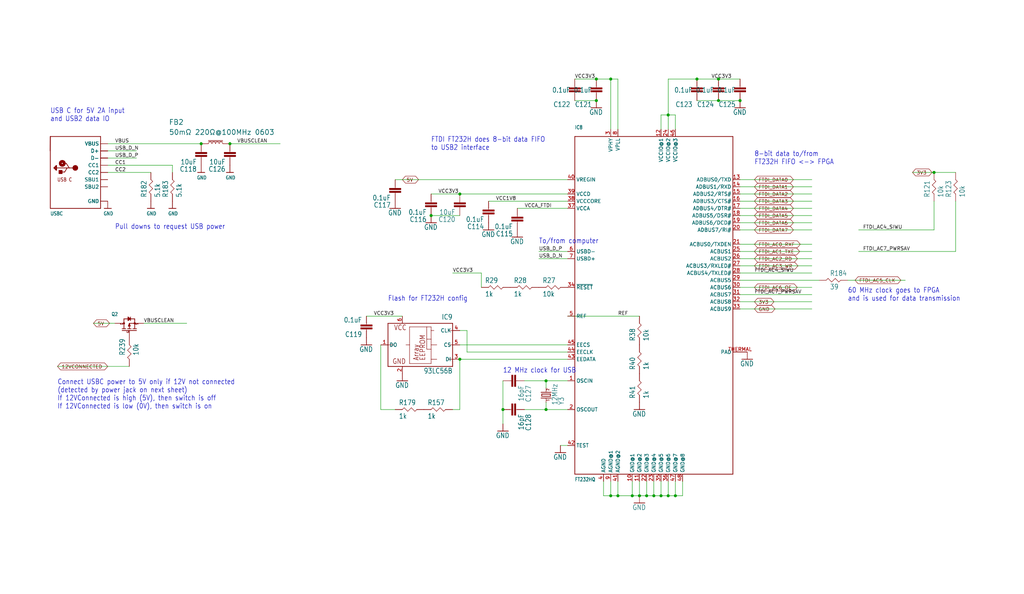
<source format=kicad_sch>
(kicad_sch (version 20231120) (generator "eeschema") (generator_version "8.0")
  (paper "User" 362.001 210.007)
  (lib_symbols
    (symbol "haasoscope_pro_adc_fpga_board-eagle-import:9376?A"
      (property "Reference" "IC" (at -10.16 8.89 0))
      (symbol "9376?A_1_0"
        (polyline (pts (xy -10.16 -7.62) (xy -10.16 -5.08)) (stroke (width 0.254)))
        (polyline (pts (xy -10.16 -5.08) (xy -10.16 0)) (stroke (width 0.254)))
        (polyline (pts (xy -10.16 -5.08) (xy -8.636 -5.08)) (stroke (width 0.1524)))
        (polyline (pts (xy -10.16 0) (xy -10.16 5.08)) (stroke (width 0.254)))
        (polyline (pts (xy -10.16 0) (xy -8.636 0)) (stroke (width 0.1524)))
        (polyline (pts (xy -10.16 5.08) (xy -10.16 7.62)) (stroke (width 0.254)))
        (polyline (pts (xy -10.16 5.08) (xy -8.636 5.08)) (stroke (width 0.1524)))
        (polyline (pts (xy -10.16 7.62) (xy 12.7 7.62)) (stroke (width 0.254)))
        (polyline (pts (xy -4.572 -5.08) (xy -2.54 -5.08)) (stroke (width 0.1524)))
        (polyline (pts (xy -4.572 0) (xy -2.54 0)) (stroke (width 0.1524)))
        (polyline (pts (xy -3.556 5.08) (xy -2.54 5.08)) (stroke (width 0.1524)))
        (polyline (pts (xy -2.54 -6.604) (xy -2.54 -5.08)) (stroke (width 0.1524)))
        (polyline (pts (xy -2.54 -5.08) (xy -2.54 -1.524)) (stroke (width 0.1524)))
        (polyline (pts (xy -2.54 -1.524) (xy -2.54 0)) (stroke (width 0.1524)))
        (polyline (pts (xy -2.54 -1.524) (xy -1.016 -1.524)) (stroke (width 0.1524)))
        (polyline (pts (xy -2.54 0) (xy -2.54 2.032)) (stroke (width 0.1524)))
        (polyline (pts (xy -2.54 2.032) (xy -2.54 5.08)) (stroke (width 0.1524)))
        (polyline (pts (xy -2.54 2.032) (xy -1.016 2.032)) (stroke (width 0.1524)))
        (polyline (pts (xy -2.54 5.08) (xy -2.54 6.35)) (stroke (width 0.1524)))
        (polyline (pts (xy -2.54 6.35) (xy -1.016 6.35)) (stroke (width 0.1524)))
        (polyline (pts (xy -1.016 2.032) (xy -1.016 -1.524)) (stroke (width 0.1524)))
        (polyline (pts (xy -1.016 6.35) (xy -1.016 2.032)) (stroke (width 0.1524)))
        (polyline (pts (xy -1.016 6.35) (xy 5.08 6.35)) (stroke (width 0.1524)))
        (polyline (pts (xy 5.08 -6.604) (xy -2.54 -6.604)) (stroke (width 0.1524)))
        (polyline (pts (xy 5.08 0) (xy 5.08 -6.604)) (stroke (width 0.1524)))
        (polyline (pts (xy 5.08 6.35) (xy 5.08 0)) (stroke (width 0.1524)))
        (polyline (pts (xy 6.35 0) (xy 5.08 0)) (stroke (width 0.1524)))
        (polyline (pts (xy 12.7 -7.62) (xy -10.16 -7.62)) (stroke (width 0.254)))
        (polyline (pts (xy 12.7 0) (xy 10.922 0)) (stroke (width 0.1524)))
        (polyline (pts (xy 12.7 0) (xy 12.7 -7.62)) (stroke (width 0.254)))
        (polyline (pts (xy 12.7 7.62) (xy 12.7 0)) (stroke (width 0.254)))
        (text "Array" (at 3.81 -5.588 900) (effects (font (size 1.778 1.5113)) (justify left bottom)))
        (text "EEPROM" (at 1.524 -5.588 900) (effects (font (size 1.778 1.5113)) (justify left bottom)))
        (text "GND" (at 6.35 -6.858 0) (effects (font (size 1.778 1.5113)) (justify left bottom)))
        (text "VCC" (at 6.096 5.08 0) (effects (font (size 1.778 1.5113)) (justify left bottom)))
        (pin tri_state line (at 15.24 0 180) (length 2.54) (name "DO") (number "1"))
        (pin power_in line (at 7.62 -10.16 90) (length 2.54) (name "GND") (number "2"))
        (pin input line (at -12.7 -5.08 0) (length 2.54) (name "DI") (number "3"))
        (pin input line (at -12.7 5.08 0) (length 2.54) (name "CLK") (number "4"))
        (pin input line (at -12.7 0 0) (length 2.54) (name "CS") (number "5"))
        (pin power_in line (at 7.62 10.16 270) (length 2.54) (name "VCC") (number "6"))
      )
    )
    (symbol "haasoscope_pro_adc_fpga_board-eagle-import:CAPACITOR_0402_N"
      (symbol "CAPACITOR_0402_N_1_0"
        (rectangle (start -2.032 -2.032) (end 2.032 -1.524) (fill (type outline)))
        (rectangle (start -2.032 -1.016) (end 2.032 -0.508) (fill (type outline)))
        (polyline (pts (xy 0 -2.54) (xy 0 -2.032)) (stroke (width 0.1524)))
        (polyline (pts (xy 0 0) (xy 0 -0.508)) (stroke (width 0.1524)))
        (pin passive line (at 0 2.54 270) (length 2.54) (name "1") (number "1"))
        (pin passive line (at 0 -5.08 90) (length 2.54) (name "2") (number "2"))
      )
    )
    (symbol "haasoscope_pro_adc_fpga_board-eagle-import:CAPACITOR_0805_N"
      (symbol "CAPACITOR_0805_N_1_0"
        (rectangle (start -2.032 -2.032) (end 2.032 -1.524) (fill (type outline)))
        (rectangle (start -2.032 -1.016) (end 2.032 -0.508) (fill (type outline)))
        (polyline (pts (xy 0 -2.54) (xy 0 -2.032)) (stroke (width 0.1524)))
        (polyline (pts (xy 0 0) (xy 0 -0.508)) (stroke (width 0.1524)))
        (pin passive line (at 0 2.54 270) (length 2.54) (name "1") (number "1"))
        (pin passive line (at 0 -5.08 90) (length 2.54) (name "2") (number "2"))
      )
    )
    (symbol "haasoscope_pro_adc_fpga_board-eagle-import:CRYSTALCRYSTAL-SMD-5X3-12MHZ"
      (property "Reference" "Y" (at 2.54 1.016 0))
      (symbol "CRYSTALCRYSTAL-SMD-5X3-12MHZ_1_0"
        (polyline (pts (xy -2.54 0) (xy -1.016 0)) (stroke (width 0.1524)))
        (polyline (pts (xy -1.016 1.778) (xy -1.016 -1.778)) (stroke (width 0.254)))
        (polyline (pts (xy -0.381 -1.524) (xy 0.381 -1.524)) (stroke (width 0.254)))
        (polyline (pts (xy -0.381 1.524) (xy -0.381 -1.524)) (stroke (width 0.254)))
        (polyline (pts (xy 0.381 -1.524) (xy 0.381 1.524)) (stroke (width 0.254)))
        (polyline (pts (xy 0.381 1.524) (xy -0.381 1.524)) (stroke (width 0.254)))
        (polyline (pts (xy 1.016 0) (xy 2.54 0)) (stroke (width 0.1524)))
        (polyline (pts (xy 1.016 1.778) (xy 1.016 -1.778)) (stroke (width 0.254)))
        (text "1" (at -2.159 -1.143 0) (effects (font (size 0.8636 0.734)) (justify left bottom)))
        (text "2" (at 1.524 -1.143 0) (effects (font (size 0.8636 0.734)) (justify left bottom)))
        (pin passive line (at -2.54 0 0) (length 0) (name "1") (number "1"))
        (pin passive line (at 2.54 0 180) (length 0) (name "2") (number "3"))
      )
    )
    (symbol "haasoscope_pro_adc_fpga_board-eagle-import:FERRITE_BEAD-0603"
      (property "Reference" "FB" (at 1.27 2.54 0))
      (symbol "FERRITE_BEAD-0603_1_0"
        (arc (start 0 -2.54) (mid 0.635 -1.905) (end 0 -1.27) (stroke (width 0.1524)))
        (arc (start 0 -1.27) (mid 0.635 -0.635) (end 0 0) (stroke (width 0.1524)))
        (polyline (pts (xy 0.889 2.54) (xy 0.889 -2.54)) (stroke (width 0.1524)))
        (polyline (pts (xy 1.143 2.54) (xy 1.143 -2.54)) (stroke (width 0.1524)))
        (arc (start 0 0) (mid 0.635 0.635) (end 0 1.27) (stroke (width 0.1524)))
        (arc (start 0 1.27) (mid 0.635 1.905) (end 0 2.54) (stroke (width 0.1524)))
        (pin passive line (at 0 5.08 270) (length 2.54) (name "1") (number "1"))
        (pin passive line (at 0 -5.08 90) (length 2.54) (name "2") (number "2"))
      )
    )
    (symbol "haasoscope_pro_adc_fpga_board-eagle-import:FT232HQ"
      (property "Reference" "IC" (at -30.48 55.88 0))
      (symbol "FT232HQ_1_0"
        (polyline (pts (xy -30.48 -66.04) (xy -30.48 53.34)) (stroke (width 0.254)))
        (polyline (pts (xy -30.48 53.34) (xy 25.4 53.34)) (stroke (width 0.254)))
        (polyline (pts (xy 25.4 -66.04) (xy -30.48 -66.04)) (stroke (width 0.254)))
        (polyline (pts (xy 25.4 53.34) (xy 25.4 -66.04)) (stroke (width 0.254)))
        (pin input line (at -33.02 -33.02 0) (length 2.54) (name "OSCIN") (number "1"))
        (pin power_in line (at -10.16 -68.58 90) (length 2.54) (name "GND@1") (number "10"))
        (pin power_in line (at -7.62 -68.58 90) (length 2.54) (name "GND@2") (number "11"))
        (pin power_in line (at 0 55.88 270) (length 2.54) (name "VCCIO@1") (number "12"))
        (pin output line (at 27.94 38.1 180) (length 2.54) (name "ADBUS0/TXD") (number "13"))
        (pin input line (at 27.94 35.56 180) (length 2.54) (name "ADBUS1/RXD") (number "14"))
        (pin output line (at 27.94 33.02 180) (length 2.54) (name "ADBUS2/RTS#") (number "15"))
        (pin input line (at 27.94 30.48 180) (length 2.54) (name "ADBUS3/CTS#") (number "16"))
        (pin output line (at 27.94 27.94 180) (length 2.54) (name "ADBUS4/DTR#") (number "17"))
        (pin input line (at 27.94 25.4 180) (length 2.54) (name "ADBUS5/DSR#") (number "18"))
        (pin input line (at 27.94 22.86 180) (length 2.54) (name "ADBUS6/DCD#") (number "19"))
        (pin output line (at -33.02 -43.18 0) (length 2.54) (name "OSCOUT") (number "2"))
        (pin input line (at 27.94 20.32 180) (length 2.54) (name "ADBUS7/RI#") (number "20"))
        (pin bidirectional line (at 27.94 15.24 180) (length 2.54) (name "ACBUS0/TXDEN") (number "21"))
        (pin power_in line (at -5.08 -68.58 90) (length 2.54) (name "GND@3") (number "22"))
        (pin power_in line (at -2.54 -68.58 90) (length 2.54) (name "GND@4") (number "23"))
        (pin power_in line (at 2.54 55.88 270) (length 2.54) (name "VCCIO@2") (number "24"))
        (pin bidirectional line (at 27.94 12.7 180) (length 2.54) (name "ACBUS1") (number "25"))
        (pin bidirectional line (at 27.94 10.16 180) (length 2.54) (name "ACBUS2") (number "26"))
        (pin bidirectional line (at 27.94 7.62 180) (length 2.54) (name "ACBUS3/RXLED#") (number "27"))
        (pin bidirectional line (at 27.94 5.08 180) (length 2.54) (name "ACBUS4/TXLED#") (number "28"))
        (pin bidirectional line (at 27.94 2.54 180) (length 2.54) (name "ACBUS5") (number "29"))
        (pin power_in line (at -17.78 55.88 270) (length 2.54) (name "VPHY") (number "3"))
        (pin bidirectional line (at 27.94 0 180) (length 2.54) (name "ACBUS6") (number "30"))
        (pin bidirectional line (at 27.94 -2.54 180) (length 2.54) (name "ACBUS7") (number "31"))
        (pin bidirectional line (at 27.94 -5.08 180) (length 2.54) (name "ACBUS8") (number "32"))
        (pin bidirectional line (at 27.94 -7.62 180) (length 2.54) (name "ACBUS9") (number "33"))
        (pin input line (at -33.02 0 0) (length 2.54) (name "~{RESET}") (number "34"))
        (pin power_in line (at 0 -68.58 90) (length 2.54) (name "GND@5") (number "35"))
        (pin power_in line (at 2.54 -68.58 90) (length 2.54) (name "GND@6") (number "36"))
        (pin power_in line (at -33.02 27.94 0) (length 2.54) (name "VCCA") (number "37"))
        (pin power_in line (at -33.02 30.48 0) (length 2.54) (name "VCCCORE") (number "38"))
        (pin power_in line (at -33.02 33.02 0) (length 2.54) (name "VCCD") (number "39"))
        (pin power_in line (at -20.32 -68.58 90) (length 2.54) (name "AGND") (number "4"))
        (pin power_in line (at -33.02 38.1 0) (length 2.54) (name "VREGIN") (number "40"))
        (pin power_in line (at -15.24 -68.58 90) (length 2.54) (name "AGND@2") (number "41"))
        (pin input line (at -33.02 -55.88 0) (length 2.54) (name "TEST") (number "42"))
        (pin bidirectional line (at -33.02 -25.4 0) (length 2.54) (name "EEDATA") (number "43"))
        (pin output line (at -33.02 -22.86 0) (length 2.54) (name "EECLK") (number "44"))
        (pin bidirectional line (at -33.02 -20.32 0) (length 2.54) (name "EECS") (number "45"))
        (pin power_in line (at 5.08 55.88 270) (length 2.54) (name "VCCIO@3") (number "46"))
        (pin power_in line (at 5.08 -68.58 90) (length 2.54) (name "GND@7") (number "47"))
        (pin power_in line (at 7.62 -68.58 90) (length 2.54) (name "GND@8") (number "48"))
        (pin input line (at -33.02 -10.16 0) (length 2.54) (name "REF") (number "5"))
        (pin bidirectional line (at -33.02 12.7 0) (length 2.54) (name "USBD-") (number "6"))
        (pin bidirectional line (at -33.02 10.16 0) (length 2.54) (name "USBD+") (number "7"))
        (pin power_in line (at -15.24 55.88 270) (length 2.54) (name "VPLL") (number "8"))
        (pin power_in line (at -17.78 -68.58 90) (length 2.54) (name "AGND@1") (number "9"))
        (pin passive line (at 30.48 -22.86 180) (length 5.08) (name "PAD") (number "THERMAL"))
      )
    )
    (symbol "haasoscope_pro_adc_fpga_board-eagle-import:RES-0402"
      (property "Reference" "R" (at -3.175 1.27 0))
      (symbol "RES-0402_1_0"
        (polyline (pts (xy -2.54 0) (xy -1.905 0.635)) (stroke (width 0.1524)))
        (polyline (pts (xy -1.905 0.635) (xy -0.635 -0.635)) (stroke (width 0.1524)))
        (polyline (pts (xy -0.635 -0.635) (xy 0.635 0.635)) (stroke (width 0.1524)))
        (polyline (pts (xy 0.635 0.635) (xy 1.905 -0.635)) (stroke (width 0.1524)))
        (polyline (pts (xy 1.905 -0.635) (xy 2.54 0)) (stroke (width 0.1524)))
        (pin bidirectional line (at -5.08 0 0) (length 2.54) (name "P$1") (number "P$1"))
        (pin bidirectional line (at 5.08 0 180) (length 2.54) (name "P$2") (number "P$2"))
      )
    )
    (symbol "haasoscope_pro_adc_fpga_board-eagle-import:SMD-MOSFET-P-CH-20V-2A-FDN340P(SOT-23)"
      (property "Reference" "Q" (at -3.81 2.54 0))
      (symbol "SMD-MOSFET-P-CH-20V-2A-FDN340P(SOT-23)_1_0"
        (circle (center 0 -1.905) (radius 0.254) (stroke (width 0.254)))
        (polyline (pts (xy -2.54 2.54) (xy -2.54 -2.54)) (stroke (width 0.254)))
        (polyline (pts (xy -1.905 -2.54) (xy -1.905 -1.905)) (stroke (width 0.254)))
        (polyline (pts (xy -1.905 -1.905) (xy -1.905 -1.27)) (stroke (width 0.254)))
        (polyline (pts (xy -1.905 -1.905) (xy 0 -1.905)) (stroke (width 0.254)))
        (polyline (pts (xy -1.905 0) (xy -1.905 -0.635)) (stroke (width 0.254)))
        (polyline (pts (xy -1.905 0) (xy -0.3175 0)) (stroke (width 0.254)))
        (polyline (pts (xy -1.905 0.635) (xy -1.905 0)) (stroke (width 0.254)))
        (polyline (pts (xy -1.905 1.905) (xy -1.905 1.27)) (stroke (width 0.254)))
        (polyline (pts (xy -1.905 1.905) (xy 0 1.905)) (stroke (width 0.254)))
        (polyline (pts (xy -1.905 2.54) (xy -1.905 1.905)) (stroke (width 0.254)))
        (polyline (pts (xy -0.9525 -0.3175) (xy -0.3175 0)) (stroke (width 0.254)))
        (polyline (pts (xy -0.9525 0.3175) (xy -0.9525 -0.3175)) (stroke (width 0.254)))
        (polyline (pts (xy -0.9525 0.3175) (xy -0.508 -0.127)) (stroke (width 0.254)))
        (polyline (pts (xy -0.3175 0) (xy -0.9525 0.3175)) (stroke (width 0.254)))
        (polyline (pts (xy -0.3175 0) (xy 0 0)) (stroke (width 0.1524)))
        (polyline (pts (xy 0 -1.905) (xy 0 -2.54)) (stroke (width 0.1524)))
        (polyline (pts (xy 0 0) (xy -0.9525 -0.3175)) (stroke (width 0.254)))
        (polyline (pts (xy 0 0) (xy -0.9525 0.3175)) (stroke (width 0.254)))
        (polyline (pts (xy 0 0) (xy 0 -1.905)) (stroke (width 0.254)))
        (polyline (pts (xy 0 1.905) (xy 1.5875 1.905)) (stroke (width 0.254)))
        (polyline (pts (xy 0 2.54) (xy 0 1.905)) (stroke (width 0.1524)))
        (polyline (pts (xy 0.9525 -0.4445) (xy 1.5875 -0.4445)) (stroke (width 0.254)))
        (polyline (pts (xy 0.9525 0.4445) (xy 1.27 0.4445)) (stroke (width 0.254)))
        (polyline (pts (xy 1.27 0.3175) (xy 1.5875 0)) (stroke (width 0.254)))
        (polyline (pts (xy 1.27 0.4445) (xy 1.5875 0)) (stroke (width 0.254)))
        (polyline (pts (xy 1.27 0.4445) (xy 1.905 0.4445)) (stroke (width 0.254)))
        (polyline (pts (xy 1.5875 -1.905) (xy 0 -1.905)) (stroke (width 0.254)))
        (polyline (pts (xy 1.5875 -0.4445) (xy 0.9525 0.4445)) (stroke (width 0.254)))
        (polyline (pts (xy 1.5875 -0.4445) (xy 1.5875 -1.905)) (stroke (width 0.254)))
        (polyline (pts (xy 1.5875 -0.4445) (xy 2.2225 -0.4445)) (stroke (width 0.254)))
        (polyline (pts (xy 1.5875 0) (xy 1.5875 -0.4445)) (stroke (width 0.254)))
        (polyline (pts (xy 1.5875 0) (xy 1.905 0.3175)) (stroke (width 0.254)))
        (polyline (pts (xy 1.5875 0) (xy 1.905 0.4445)) (stroke (width 0.254)))
        (polyline (pts (xy 1.5875 1.905) (xy 1.5875 0)) (stroke (width 0.254)))
        (polyline (pts (xy 1.905 0.4445) (xy 2.2225 0.4445)) (stroke (width 0.254)))
        (polyline (pts (xy 2.2225 0.4445) (xy 1.5875 -0.4445)) (stroke (width 0.254)))
        (circle (center 0 1.905) (radius 0.254) (stroke (width 0.254)))
        (text "D" (at -0.635 2.2225 0) (effects (font (size 0.8128 0.6908)) (justify left bottom)))
        (text "G" (at -3.4925 0 0) (effects (font (size 0.8128 0.6908)) (justify left bottom)))
        (text "S" (at -0.635 -3.175 0) (effects (font (size 0.8128 0.6908)) (justify left bottom)))
        (pin passive line (at -5.08 0 0) (length 2.54) (name "G") (number "1"))
        (pin passive line (at 0 -5.08 90) (length 2.54) (name "S") (number "2"))
        (pin passive line (at 0 5.08 270) (length 2.54) (name "D") (number "3"))
      )
    )
    (symbol "haasoscope_pro_adc_fpga_board-eagle-import:USB_C"
      (property "Reference" "X" (at -10.16 13.716 0))
      (symbol "USB_C_1_0"
        (rectangle (start -7.12 -0.45) (end -5.92 0.75) (fill (type outline)))
        (circle (center -5.92 3.2) (radius 0.2) (stroke (width 1)))
        (circle (center -1.32 1.6) (radius 0.5) (stroke (width 1)))
        (polyline (pts (xy -10.2 7.62) (xy -10.16 12.7)) (stroke (width 0.254)))
        (polyline (pts (xy -10.16 -12.7) (xy 7.62 -12.7)) (stroke (width 0.254)))
        (polyline (pts (xy -10.16 12.7) (xy -10.16 -12.7)) (stroke (width 0.254)))
        (polyline (pts (xy -10.16 12.7) (xy 7.62 12.7)) (stroke (width 0.254)))
        (polyline (pts (xy -8.92 1.6) (xy -8.12 2.4)) (stroke (width 0.254)))
        (polyline (pts (xy -8.52 1.4) (xy -8.32 1.2)) (stroke (width 0.254)))
        (polyline (pts (xy -8.52 1.6) (xy -8.52 1.4)) (stroke (width 0.254)))
        (polyline (pts (xy -8.32 1.2) (xy -8.32 2)) (stroke (width 0.254)))
        (polyline (pts (xy -8.32 2) (xy -8.72 1.6)) (stroke (width 0.254)))
        (polyline (pts (xy -8.12 0.8) (xy -8.92 1.6)) (stroke (width 0.254)))
        (polyline (pts (xy -8.12 1) (xy -8.12 2.4)) (stroke (width 0.254)))
        (polyline (pts (xy -8.12 2.4) (xy -7.92 2.4)) (stroke (width 0.254)))
        (polyline (pts (xy -7.92 0.8) (xy -8.12 0.8)) (stroke (width 0.254)))
        (polyline (pts (xy -7.92 1.6) (xy -7.92 0.8)) (stroke (width 0.254)))
        (polyline (pts (xy -7.92 2.4) (xy -7.92 1.6)) (stroke (width 0.254)))
        (polyline (pts (xy -6.27 0.15) (xy -5.07 0.15)) (stroke (width 0.254)))
        (polyline (pts (xy -5.52 3.2) (xy -4.52 3.2)) (stroke (width 0.254)))
        (polyline (pts (xy -5.07 0.15) (xy -4.22 1.6)) (stroke (width 0.254)))
        (polyline (pts (xy -4.52 3.2) (xy -3.47 1.6)) (stroke (width 0.254)))
        (polyline (pts (xy -4.22 1.6) (xy -7.92 1.6)) (stroke (width 0.254)))
        (polyline (pts (xy -3.47 1.6) (xy -4.22 1.6)) (stroke (width 0.254)))
        (polyline (pts (xy -1.32 1.6) (xy -3.47 1.6)) (stroke (width 0.254)))
        (polyline (pts (xy 7.62 12.7) (xy 7.62 -12.7)) (stroke (width 0.254)))
        (text "USB C" (at -5.08 -2.54 0) (effects (font (size 1.27 1.0795))))
        (pin power_in line (at 10.16 -10.16 180) (length 2.54) (name "GND") (number "A1B12"))
        (pin power_in line (at 10.16 10.16 180) (length 2.54) (name "VBUS") (number "A4B9"))
        (pin bidirectional line (at 10.16 2.54 180) (length 2.54) (name "CC1") (number "A5"))
        (pin bidirectional line (at 10.16 7.62 180) (length 2.54) (name "D+") (number "A6"))
        (pin bidirectional line (at 10.16 5.08 180) (length 2.54) (name "D-") (number "A7"))
        (pin bidirectional line (at 10.16 -2.54 180) (length 2.54) (name "SBU1") (number "A8"))
        (pin power_in line (at 10.16 -10.16 180) (length 2.54) (name "GND") (number "B1A12"))
        (pin power_in line (at 10.16 10.16 180) (length 2.54) (name "VBUS") (number "B4A9"))
        (pin bidirectional line (at 10.16 0 180) (length 2.54) (name "CC2") (number "B5"))
        (pin bidirectional line (at 10.16 7.62 180) (length 2.54) (name "D+") (number "B6"))
        (pin bidirectional line (at 10.16 5.08 180) (length 2.54) (name "D-") (number "B7"))
        (pin bidirectional line (at 10.16 -5.08 180) (length 2.54) (name "SBU2") (number "B8"))
      )
    )
    (symbol "haasoscope_pro_adc_fpga_board-eagle-import:microbuilder_GND" (power)
      (symbol "microbuilder_GND_1_0"
        (polyline (pts (xy -1.27 0) (xy 1.27 0)) (stroke (width 0.254)))
        (pin power_in line (at 0 2.54 270) (length 2.54) (name "GND") (number "1"))
      )
    )
    (symbol "haasoscope_pro_adc_fpga_board-eagle-import:supply1_GND" (power)
      (symbol "supply1_GND_1_0"
        (polyline (pts (xy -1.905 0) (xy 1.905 0)) (stroke (width 0.254)))
        (pin power_in line (at 0 2.54 270) (length 2.54) (name "GND") (number "1"))
      )
    )
  )
  (junction (at 210.82 35.56))
  (junction (at 162.56 68.58))
  (junction (at 246.38 27.94))
  (junction (at 228.6 175.26))
  (junction (at 236.22 175.26))
  (junction (at 254 35.56))
  (junction (at 236.22 40.64))
  (junction (at 254 27.94))
  (junction (at 215.9 175.26))
  (junction (at 261.62 35.56))
  (junction (at 177.8 144.78))
  (junction (at 193.04 134.62))
  (junction (at 81.28 50.8))
  (junction (at 223.52 175.26))
  (junction (at 210.82 27.94))
  (junction (at 330.2 60.96))
  (junction (at 193.04 144.78))
  (junction (at 233.68 175.26))
  (junction (at 71.12 50.8))
  (junction (at 162.56 127))
  (junction (at 152.4 76.2))
  (junction (at 215.9 27.94))
  (junction (at 231.14 175.26))
  (junction (at 218.44 175.26))
  (junction (at 238.76 175.26))
  (junction (at 226.06 175.26))
  (wire (pts (xy 261.62 106.68) (xy 287.02 106.68)) (stroke (width 0.1524)))
  (wire (pts (xy 162.56 121.92) (xy 200.66 121.92)) (stroke (width 0.1524)))
  (wire (pts (xy 233.68 175.26) (xy 236.22 175.26)) (stroke (width 0.1524)))
  (wire (pts (xy 170.18 96.52) (xy 160.02 96.52)) (stroke (width 0.1524)))
  (wire (pts (xy 200.66 63.5) (xy 139.7 63.5)) (stroke (width 0.1524)))
  (wire (pts (xy 213.36 175.26) (xy 215.9 175.26)) (stroke (width 0.1524)))
  (wire (pts (xy 193.04 137.16) (xy 193.04 134.62)) (stroke (width 0.1524)))
  (wire (pts (xy 215.9 27.94) (xy 210.82 27.94)) (stroke (width 0.1524)))
  (wire (pts (xy 228.6 170.18) (xy 228.6 175.26)) (stroke (width 0.1524)))
  (wire (pts (xy 38.1 60.96) (xy 53.34 60.96)) (stroke (width 0.1524)))
  (wire (pts (xy 337.82 88.9) (xy 337.82 71.12)) (stroke (width 0.1524)))
  (wire (pts (xy 261.62 104.14) (xy 287.02 104.14)) (stroke (width 0.1524)))
  (wire (pts (xy 236.22 40.64) (xy 238.76 40.64)) (stroke (width 0.1524)))
  (wire (pts (xy 203.2 27.94) (xy 210.82 27.94)) (stroke (width 0.1524)))
  (wire (pts (xy 236.22 27.94) (xy 236.22 40.64)) (stroke (width 0.1524)))
  (wire (pts (xy 200.66 88.9) (xy 190.5 88.9)) (stroke (width 0.1524)))
  (wire (pts (xy 162.56 144.78) (xy 162.56 127)) (stroke (width 0.1524)))
  (wire (pts (xy 33.02 114.3) (xy 40.64 114.3)) (stroke (width 0.1524)))
  (wire (pts (xy 203.2 35.56) (xy 210.82 35.56)) (stroke (width 0.1524)))
  (wire (pts (xy 182.88 73.66) (xy 200.66 73.66)) (stroke (width 0.1524)))
  (wire (pts (xy 226.06 170.18) (xy 226.06 175.26)) (stroke (width 0.1524)))
  (wire (pts (xy 218.44 175.26) (xy 223.52 175.26)) (stroke (width 0.1524)))
  (wire (pts (xy 303.53 81.28) (xy 330.2 81.28)) (stroke (width 0.1524)))
  (wire (pts (xy 160.02 144.78) (xy 162.56 144.78)) (stroke (width 0.1524)))
  (wire (pts (xy 261.62 91.44) (xy 287.02 91.44)) (stroke (width 0.1524)))
  (wire (pts (xy 215.9 170.18) (xy 215.9 175.26)) (stroke (width 0.1524)))
  (wire (pts (xy 233.68 45.72) (xy 233.68 40.64)) (stroke (width 0.1524)))
  (wire (pts (xy 241.3 175.26) (xy 241.3 170.18)) (stroke (width 0.1524)))
  (wire (pts (xy 185.42 144.78) (xy 193.04 144.78)) (stroke (width 0.1524)))
  (wire (pts (xy 261.62 96.52) (xy 287.02 96.52)) (stroke (width 0.1524)))
  (wire (pts (xy 177.8 134.62) (xy 177.8 144.78)) (stroke (width 0.1524)))
  (wire (pts (xy 233.68 170.18) (xy 233.68 175.26)) (stroke (width 0.1524)))
  (wire (pts (xy 213.36 170.18) (xy 213.36 175.26)) (stroke (width 0.1524)))
  (wire (pts (xy 236.22 175.26) (xy 238.76 175.26)) (stroke (width 0.1524)))
  (wire (pts (xy 236.22 45.72) (xy 236.22 40.64)) (stroke (width 0.1524)))
  (wire (pts (xy 238.76 170.18) (xy 238.76 175.26)) (stroke (width 0.1524)))
  (wire (pts (xy 190.5 91.44) (xy 200.66 91.44)) (stroke (width 0.1524)))
  (wire (pts (xy 215.9 45.72) (xy 215.9 27.94)) (stroke (width 0.1524)))
  (wire (pts (xy 287.02 66.04) (xy 261.62 66.04)) (stroke (width 0.1524)))
  (wire (pts (xy 226.06 175.26) (xy 228.6 175.26)) (stroke (width 0.1524)))
  (wire (pts (xy 287.02 78.74) (xy 261.62 78.74)) (stroke (width 0.1524)))
  (wire (pts (xy 246.38 27.94) (xy 254 27.94)) (stroke (width 0.1524)))
  (wire (pts (xy 287.02 73.66) (xy 261.62 73.66)) (stroke (width 0.1524)))
  (wire (pts (xy 193.04 142.24) (xy 193.04 144.78)) (stroke (width 0.1524)))
  (wire (pts (xy 261.62 99.06) (xy 289.56 99.06)) (stroke (width 0.1524)))
  (wire (pts (xy 142.24 111.76) (xy 129.54 111.76)) (stroke (width 0.1524)))
  (wire (pts (xy 287.02 76.2) (xy 261.62 76.2)) (stroke (width 0.1524)))
  (wire (pts (xy 170.18 101.6) (xy 170.18 96.52)) (stroke (width 0.1524)))
  (wire (pts (xy 236.22 27.94) (xy 246.38 27.94)) (stroke (width 0.1524)))
  (wire (pts (xy 215.9 175.26) (xy 218.44 175.26)) (stroke (width 0.1524)))
  (wire (pts (xy 246.38 35.56) (xy 254 35.56)) (stroke (width 0.1524)))
  (wire (pts (xy 134.62 144.78) (xy 139.7 144.78)) (stroke (width 0.1524)))
  (wire (pts (xy 45.72 129.54) (xy 20.32 129.54)) (stroke (width 0.1524)))
  (wire (pts (xy 231.14 175.26) (xy 231.14 170.18)) (stroke (width 0.1524)))
  (wire (pts (xy 254 27.94) (xy 261.62 27.94)) (stroke (width 0.1524)))
  (wire (pts (xy 38.1 58.42) (xy 60.96 58.42)) (stroke (width 0.1524)))
  (wire (pts (xy 193.04 134.62) (xy 185.42 134.62)) (stroke (width 0.1524)))
  (wire (pts (xy 38.1 53.34) (xy 48.26 53.34)) (stroke (width 0.1524)))
  (wire (pts (xy 177.8 144.78) (xy 177.8 149.86)) (stroke (width 0.1524)))
  (wire (pts (xy 330.2 81.28) (xy 330.2 71.12)) (stroke (width 0.1524)))
  (wire (pts (xy 330.2 60.96) (xy 322.58 60.96)) (stroke (width 0.1524)))
  (wire (pts (xy 165.1 116.84) (xy 165.1 124.46)) (stroke (width 0.1524)))
  (wire (pts (xy 162.56 116.84) (xy 165.1 116.84)) (stroke (width 0.1524)))
  (wire (pts (xy 261.62 109.22) (xy 287.02 109.22)) (stroke (width 0.1524)))
  (wire (pts (xy 200.66 71.12) (xy 172.72 71.12)) (stroke (width 0.1524)))
  (wire (pts (xy 287.02 68.58) (xy 261.62 68.58)) (stroke (width 0.1524)))
  (wire (pts (xy 218.44 170.18) (xy 218.44 175.26)) (stroke (width 0.1524)))
  (wire (pts (xy 81.28 50.8) (xy 99.06 50.8)) (stroke (width 0.1524)))
  (wire (pts (xy 162.56 76.2) (xy 152.4 76.2)) (stroke (width 0.1524)))
  (wire (pts (xy 287.02 71.12) (xy 261.62 71.12)) (stroke (width 0.1524)))
  (wire (pts (xy 193.04 144.78) (xy 200.66 144.78)) (stroke (width 0.1524)))
  (wire (pts (xy 162.56 68.58) (xy 152.4 68.58)) (stroke (width 0.1524)))
  (wire (pts (xy 200.66 68.58) (xy 162.56 68.58)) (stroke (width 0.1524)))
  (wire (pts (xy 337.82 60.96) (xy 330.2 60.96)) (stroke (width 0.1524)))
  (wire (pts (xy 218.44 27.94) (xy 215.9 27.94)) (stroke (width 0.1524)))
  (wire (pts (xy 238.76 40.64) (xy 238.76 45.72)) (stroke (width 0.1524)))
  (wire (pts (xy 261.62 101.6) (xy 287.02 101.6)) (stroke (width 0.1524)))
  (wire (pts (xy 165.1 124.46) (xy 200.66 124.46)) (stroke (width 0.1524)))
  (wire (pts (xy 303.53 88.9) (xy 337.82 88.9)) (stroke (width 0.1524)))
  (wire (pts (xy 287.02 88.9) (xy 261.62 88.9)) (stroke (width 0.1524)))
  (wire (pts (xy 228.6 175.26) (xy 231.14 175.26)) (stroke (width 0.1524)))
  (wire (pts (xy 233.68 40.64) (xy 236.22 40.64)) (stroke (width 0.1524)))
  (wire (pts (xy 223.52 175.26) (xy 226.06 175.26)) (stroke (width 0.1524)))
  (wire (pts (xy 134.62 121.92) (xy 134.62 144.78)) (stroke (width 0.1524)))
  (wire (pts (xy 60.96 58.42) (xy 60.96 60.96)) (stroke (width 0.1524)))
  (wire (pts (xy 261.62 86.36) (xy 287.02 86.36)) (stroke (width 0.1524)))
  (wire (pts (xy 38.1 50.8) (xy 71.12 50.8)) (stroke (width 0.1524)))
  (wire (pts (xy 254 35.56) (xy 261.62 35.56)) (stroke (width 0.1524)))
  (wire (pts (xy 236.22 175.26) (xy 236.22 170.18)) (stroke (width 0.1524)))
  (wire (pts (xy 223.52 170.18) (xy 223.52 175.26)) (stroke (width 0.1524)))
  (wire (pts (xy 226.06 111.76) (xy 200.66 111.76)) (stroke (width 0.1524)))
  (wire (pts (xy 200.66 134.62) (xy 193.04 134.62)) (stroke (width 0.1524)))
  (wire (pts (xy 162.56 127) (xy 200.66 127)) (stroke (width 0.1524)))
  (wire (pts (xy 218.44 27.94) (xy 218.44 45.72)) (stroke (width 0.1524)))
  (wire (pts (xy 299.72 99.06) (xy 320.04 99.06)) (stroke (width 0.1524)))
  (wire (pts (xy 50.8 114.3) (xy 66.04 114.3)) (stroke (width 0.1524)))
  (wire (pts (xy 287.02 81.28) (xy 261.62 81.28)) (stroke (width 0.1524)))
  (wire (pts (xy 287.02 93.98) (xy 261.62 93.98)) (stroke (width 0.1524)))
  (wire (pts (xy 287.02 63.5) (xy 261.62 63.5)) (stroke (width 0.1524)))
  (wire (pts (xy 231.14 175.26) (xy 233.68 175.26)) (stroke (width 0.1524)))
  (wire (pts (xy 238.76 175.26) (xy 241.3 175.26)) (stroke (width 0.1524)))
  (wire (pts (xy 200.66 157.48) (xy 198.12 157.48)) (stroke (width 0.1524)))
  (wire (pts (xy 38.1 55.88) (xy 48.26 55.88)) (stroke (width 0.1524)))
  (text "Flash for FT232H config" (at 137.16 106.68 0) (effects (font (size 1.778 1.5113)) (justify left bottom)))
  (text "FTDI FT232H does 8-bit data FIFO\nto USB2 interface" (at 152.4 53.34 0) (effects (font (size 1.778 1.5113)) (justify left bottom)))
  (text "To/from computer" (at 190.5 86.36 0) (effects (font (size 1.778 1.5113)) (justify left bottom)))
  (text "Connect USBC power to 5V only if 12V not connected\n(detected by power jack on next sheet)\nIf 12VConnected is high (5V), then switch is off\nIf 12VConnected is low (0V), then switch is on" (at 20.32 144.78 0) (effects (font (size 1.778 1.5113)) (justify left bottom)))
  (text "Pull downs to request USB power" (at 40.64 81.28 0) (effects (font (size 1.778 1.5113)) (justify left bottom)))
  (text "12 MHz clock for USB" (at 177.8 132.08 0) (effects (font (size 1.778 1.5113)) (justify left bottom)))
  (text "USB C for 5V 2A input\nand USB2 data IO" (at 17.78 43.18 0) (effects (font (size 1.778 1.5113)) (justify left bottom)))
  (text "60 MHz clock goes to FPGA\nand is used for data transmission" (at 299.72 106.68 0) (effects (font (size 1.778 1.5113)) (justify left bottom)))
  (text "8-bit data to/from\nFT232H FIFO <-> FPGA" (at 266.7 58.42 0) (effects (font (size 1.778 1.5113)) (justify left bottom)))
  (label "FTDI_AC4_SIWU" (at 266.7 96.52 0) (effects (font (size 1.2446 1.2446))))
  (label "VBUSCLEAN" (at 83.82 50.8 0) (effects (font (size 1.2446 1.2446))))
  (label "VCCA_FTDI" (at 185.42 73.66 0) (effects (font (size 1.2446 1.2446))))
  (label "CC2" (at 40.64 60.96 0) (effects (font (size 1.2446 1.2446))))
  (label "VBUSCLEAN" (at 50.8 114.3 0) (effects (font (size 1.2446 1.2446))))
  (label "VCC3V3" (at 251.46 27.94 0) (effects (font (size 1.2446 1.2446))))
  (label "FTDI_AC7_PWRSAV" (at 305.054 88.9 0) (effects (font (size 1.2446 1.2446))))
  (label "VCC3V3" (at 160.02 96.52 0) (effects (font (size 1.2446 1.2446))))
  (label "USB_D_N" (at 190.5 91.44 0) (effects (font (size 1.2446 1.2446))))
  (label "VCC3V3" (at 132.08 111.76 0) (effects (font (size 1.2446 1.2446))))
  (label "USB_D_P" (at 40.64 55.88 0) (effects (font (size 1.2446 1.2446))))
  (label "VCC1V8" (at 175.26 71.12 0) (effects (font (size 1.2446 1.2446))))
  (label "VBUS" (at 40.64 50.8 0) (effects (font (size 1.2446 1.2446))))
  (label "VCC3V3" (at 203.2 27.94 0) (effects (font (size 1.2446 1.2446))))
  (label "FTDI_AC4_SIWU" (at 305.054 81.28 0) (effects (font (size 1.2446 1.2446))))
  (label "REF" (at 218.44 111.76 0) (effects (font (size 1.2446 1.2446))))
  (label "USB_D_P" (at 190.5 88.9 0) (effects (font (size 1.2446 1.2446))))
  (label "CC1" (at 40.64 58.42 0) (effects (font (size 1.2446 1.2446))))
  (label "USB_D_N" (at 40.64 53.34 0) (effects (font (size 1.2446 1.2446))))
  (label "VCC3V3" (at 154.94 68.58 0) (effects (font (size 1.2446 1.2446))))
  (label "FTDI_AC7_PWRSAV" (at 266.7 104.14 0) (effects (font (size 1.2446 1.2446))))
  (global_label "FTDI_AC5_CLK" (shape bidirectional) (at 302.26 99.06 0) (effects (font (size 1.2446 1.2446))) (property "Intersheetrefs" "${INTERSHEET_REFS}" (effects (hide yes))))
  (global_label "FTDI_DATA7" (shape bidirectional) (at 266.7 81.28 0) (effects (font (size 1.2446 1.2446))) (property "Intersheetrefs" "${INTERSHEET_REFS}" (effects (hide yes))))
  (global_label "FTDI_DATA6" (shape bidirectional) (at 266.7 78.74 0) (effects (font (size 1.2446 1.2446))) (property "Intersheetrefs" "${INTERSHEET_REFS}" (effects (hide yes))))
  (global_label "FTDI_DATA2" (shape bidirectional) (at 266.7 68.58 0) (effects (font (size 1.2446 1.2446))) (property "Intersheetrefs" "${INTERSHEET_REFS}" (effects (hide yes))))
  (global_label "FTDI_AC3_WR" (shape bidirectional) (at 266.7 93.98 0) (effects (font (size 1.2446 1.2446))) (property "Intersheetrefs" "${INTERSHEET_REFS}" (effects (hide yes))))
  (global_label "5V" (shape bidirectional) (at 33.02 114.3 0) (effects (font (size 1.2446 1.2446))) (property "Intersheetrefs" "${INTERSHEET_REFS}" (effects (hide yes))))
  (global_label "5V" (shape bidirectional) (at 142.24 63.5 0) (effects (font (size 1.2446 1.2446))) (property "Intersheetrefs" "${INTERSHEET_REFS}" (effects (hide yes))))
  (global_label "FTDI_AC6_OE" (shape bidirectional) (at 266.7 101.6 0) (effects (font (size 1.2446 1.2446))) (property "Intersheetrefs" "${INTERSHEET_REFS}" (effects (hide yes))))
  (global_label "FTDI_DATA3" (shape bidirectional) (at 266.7 71.12 0) (effects (font (size 1.2446 1.2446))) (property "Intersheetrefs" "${INTERSHEET_REFS}" (effects (hide yes))))
  (global_label "3V3" (shape bidirectional) (at 322.58 60.96 0) (effects (font (size 1.2446 1.2446))) (property "Intersheetrefs" "${INTERSHEET_REFS}" (effects (hide yes))))
  (global_label "FTDI_DATA0" (shape bidirectional) (at 266.7 63.5 0) (effects (font (size 1.2446 1.2446))) (property "Intersheetrefs" "${INTERSHEET_REFS}" (effects (hide yes))))
  (global_label "GND" (shape bidirectional) (at 266.7 109.22 0) (effects (font (size 1.2446 1.2446))) (property "Intersheetrefs" "${INTERSHEET_REFS}" (effects (hide yes))))
  (global_label "FTDI_AC1_TXE" (shape bidirectional) (at 266.7 88.9 0) (effects (font (size 1.2446 1.2446))) (property "Intersheetrefs" "${INTERSHEET_REFS}" (effects (hide yes))))
  (global_label "FTDI_AC2_RD" (shape bidirectional) (at 266.7 91.44 0) (effects (font (size 1.2446 1.2446))) (property "Intersheetrefs" "${INTERSHEET_REFS}" (effects (hide yes))))
  (global_label "FTDI_AC0_RXF" (shape bidirectional) (at 266.7 86.36 0) (effects (font (size 1.2446 1.2446))) (property "Intersheetrefs" "${INTERSHEET_REFS}" (effects (hide yes))))
  (global_label "12VCONNECTED" (shape bidirectional) (at 20.32 129.54 0) (effects (font (size 1.2446 1.2446))) (property "Intersheetrefs" "${INTERSHEET_REFS}" (effects (hide yes))))
  (global_label "FTDI_DATA5" (shape bidirectional) (at 266.7 76.2 0) (effects (font (size 1.2446 1.2446))) (property "Intersheetrefs" "${INTERSHEET_REFS}" (effects (hide yes))))
  (global_label "FTDI_DATA4" (shape bidirectional) (at 266.7 73.66 0) (effects (font (size 1.2446 1.2446))) (property "Intersheetrefs" "${INTERSHEET_REFS}" (effects (hide yes))))
  (global_label "3V3" (shape bidirectional) (at 266.7 106.68 0) (effects (font (size 1.2446 1.2446))) (property "Intersheetrefs" "${INTERSHEET_REFS}" (effects (hide yes))))
  (global_label "FTDI_DATA1" (shape bidirectional) (at 266.7 66.04 0) (effects (font (size 1.2446 1.2446))) (property "Intersheetrefs" "${INTERSHEET_REFS}" (effects (hide yes))))
  (symbol (lib_id "haasoscope_pro_adc_fpga_board-eagle-import:supply1_GND") (at 129.54 121.92 0) (unit 1)
    (property "Reference" "#GND095" (effects (hide yes)))
    (property "Value" "GND" (at 127 124.46 0) (effects (font (size 1.778 1.5113)) (justify left bottom)))
  )
  (symbol (lib_id "haasoscope_pro_adc_fpga_board-eagle-import:supply1_GND") (at 139.7 73.66 0) (unit 1)
    (property "Reference" "#GND094" (effects (hide yes)))
    (property "Value" "GND" (at 137.16 76.2 0) (effects (font (size 1.778 1.5113)) (justify left bottom)))
  )
  (symbol (lib_id "haasoscope_pro_adc_fpga_board-eagle-import:microbuilder_GND") (at 71.12 60.96 0) (unit 1)
    (property "Reference" "#U$016" (effects (hide yes)))
    (property "Value" "GND" (at 69.596 63.5 0) (effects (font (size 1.27 1.0795)) (justify left bottom)))
  )
  (symbol (lib_id "haasoscope_pro_adc_fpga_board-eagle-import:RES-0402") (at 175.26 101.6 0) (unit 1)
    (property "Reference" "R29" (at 171.45 100.1014 0) (effects (font (size 1.778 1.5113)) (justify left bottom)))
    (property "Value" "1k" (at 171.45 104.902 0) (effects (font (size 1.778 1.5113)) (justify left bottom)))
    (property "Footprint" "haasoscope_pro_adc_fpga_board:RES-0402" (effects (hide yes)))
  )
  (symbol (lib_id "haasoscope_pro_adc_fpga_board-eagle-import:RES-0402") (at 154.94 144.78 0) (unit 1)
    (property "Reference" "R157" (at 151.13 143.2814 0) (effects (font (size 1.778 1.5113)) (justify left bottom)))
    (property "Value" "1k" (at 151.13 148.082 0) (effects (font (size 1.778 1.5113)) (justify left bottom)))
    (property "Footprint" "haasoscope_pro_adc_fpga_board:RES-0402" (effects (hide yes)))
  )
  (symbol (lib_id "haasoscope_pro_adc_fpga_board-eagle-import:RES-0402") (at 226.06 127 90) (unit 1)
    (property "Reference" "R40" (at 224.5614 130.81 0) (effects (font (size 1.778 1.5113)) (justify left bottom)))
    (property "Value" "1k" (at 229.362 130.81 0) (effects (font (size 1.778 1.5113)) (justify left bottom)))
    (property "Footprint" "haasoscope_pro_adc_fpga_board:RES-0402" (effects (hide yes)))
  )
  (symbol (lib_id "haasoscope_pro_adc_fpga_board-eagle-import:supply1_GND") (at 152.4 78.74 0) (unit 1)
    (property "Reference" "#GND093" (effects (hide yes)))
    (property "Value" "GND" (at 149.86 81.28 0) (effects (font (size 1.778 1.5113)) (justify left bottom)))
  )
  (symbol (lib_id "haasoscope_pro_adc_fpga_board-eagle-import:supply1_GND") (at 198.12 160.02 0) (unit 1)
    (property "Reference" "#GND071" (effects (hide yes)))
    (property "Value" "GND" (at 195.58 162.56 0) (effects (font (size 1.778 1.5113)) (justify left bottom)))
  )
  (symbol (lib_id "haasoscope_pro_adc_fpga_board-eagle-import:RES-0402") (at 45.72 124.46 90) (unit 1)
    (property "Reference" "R239" (at 44.2214 125.73 0) (effects (font (size 1.778 1.5113)) (justify left bottom)))
    (property "Value" "10k" (at 49.022 125.73 0) (effects (font (size 1.778 1.5113)) (justify left bottom)))
    (property "Footprint" "haasoscope_pro_adc_fpga_board:RES-0402" (effects (hide yes)))
  )
  (symbol (lib_id "haasoscope_pro_adc_fpga_board-eagle-import:CAPACITOR_0402_N") (at 182.88 144.78 270) (unit 1)
    (property "Reference" "C128" (at 185.801 146.304 0) (effects (font (size 1.778 1.5113)) (justify left bottom)))
    (property "Value" "16pF" (at 183.261 146.304 0) (effects (font (size 1.778 1.5113)) (justify left bottom)))
    (property "Footprint" "haasoscope_pro_adc_fpga_board:RESC0402_N" (effects (hide yes)))
  )
  (symbol (lib_id "haasoscope_pro_adc_fpga_board-eagle-import:supply1_GND") (at 142.24 134.62 0) (unit 1)
    (property "Reference" "#GND090" (effects (hide yes)))
    (property "Value" "GND" (at 139.7 137.16 0) (effects (font (size 1.778 1.5113)) (justify left bottom)))
  )
  (symbol (lib_id "haasoscope_pro_adc_fpga_board-eagle-import:FT232HQ") (at 233.68 101.6 0) (unit 1)
    (property "Reference" "IC8" (at 203.2 45.72 0) (effects (font (size 1.27 1.0795)) (justify left bottom)))
    (property "Value" "FT232HQ" (at 203.2 170.18 0) (effects (font (size 1.27 1.0795)) (justify left bottom)))
    (property "Footprint" "haasoscope_pro_adc_fpga_board:QFN48_8MM" (effects (hide yes)))
    (property "JLC_ROTATION" "270" (effects (hide yes)))
  )
  (symbol (lib_id "haasoscope_pro_adc_fpga_board-eagle-import:FERRITE_BEAD-0603") (at 76.2 50.8 90) (unit 1)
    (property "Reference" "FB2" (at 59.69 44.196 90) (effects (font (size 1.778 1.778)) (justify right top)))
    (property "Value" "50mΩ 220Ω@100MHz 0603" (at 59.69 45.72 90) (effects (font (size 1.778 1.778)) (justify right bottom)))
    (property "Footprint" "haasoscope_pro_adc_fpga_board:0603" (effects (hide yes)))
  )
  (symbol (lib_id "haasoscope_pro_adc_fpga_board-eagle-import:CAPACITOR_0402_N") (at 210.82 33.02 180) (unit 1)
    (property "Reference" "C121" (at 209.296 35.941 0) (effects (font (size 1.778 1.5113)) (justify left bottom)))
    (property "Value" "0.1uF" (at 209.296 30.861 0) (effects (font (size 1.778 1.5113)) (justify left bottom)))
    (property "Footprint" "haasoscope_pro_adc_fpga_board:RESC0402_N" (effects (hide yes)))
  )
  (symbol (lib_id "haasoscope_pro_adc_fpga_board-eagle-import:microbuilder_GND") (at 81.28 60.96 0) (unit 1)
    (property "Reference" "#U$017" (effects (hide yes)))
    (property "Value" "GND" (at 79.756 63.5 0) (effects (font (size 1.27 1.0795)) (justify left bottom)))
  )
  (symbol (lib_id "haasoscope_pro_adc_fpga_board-eagle-import:supply1_GND") (at 177.8 152.4 0) (unit 1)
    (property "Reference" "#GND062" (effects (hide yes)))
    (property "Value" "GND" (at 175.26 154.94 0) (effects (font (size 1.778 1.5113)) (justify left bottom)))
  )
  (symbol (lib_id "haasoscope_pro_adc_fpga_board-eagle-import:RES-0402") (at 294.64 99.06 0) (unit 1)
    (property "Reference" "R184" (at 293.37 97.5614 0) (effects (font (size 1.778 1.5113)) (justify left bottom)))
    (property "Value" "39" (at 293.37 102.362 0) (effects (font (size 1.778 1.5113)) (justify left bottom)))
    (property "Footprint" "haasoscope_pro_adc_fpga_board:RES-0402" (effects (hide yes)))
  )
  (symbol (lib_id "haasoscope_pro_adc_fpga_board-eagle-import:9376?A") (at 149.86 121.92 0) (mirror y) (unit 1)
    (property "Reference" "IC9" (at 160.02 113.03 0) (effects (font (size 1.778 1.5113)) (justify left bottom)))
    (property "Value" "93LC56B" (at 160.02 132.08 0) (effects (font (size 1.778 1.5113)) (justify left bottom)))
    (property "Footprint" "haasoscope_pro_adc_fpga_board:SOT23-6" (effects (hide yes)))
  )
  (symbol (lib_id "haasoscope_pro_adc_fpga_board-eagle-import:RES-0402") (at 226.06 137.16 90) (unit 1)
    (property "Reference" "R41" (at 224.5614 140.97 0) (effects (font (size 1.778 1.5113)) (justify left bottom)))
    (property "Value" "1k" (at 229.362 140.97 0) (effects (font (size 1.778 1.5113)) (justify left bottom)))
    (property "Footprint" "haasoscope_pro_adc_fpga_board:RES-0402" (effects (hide yes)))
  )
  (symbol (lib_id "haasoscope_pro_adc_fpga_board-eagle-import:RES-0402") (at 53.34 66.04 90) (unit 1)
    (property "Reference" "R182" (at 51.8414 69.85 0) (effects (font (size 1.778 1.5113)) (justify left bottom)))
    (property "Value" "5.1k" (at 56.642 69.85 0) (effects (font (size 1.778 1.5113)) (justify left bottom)))
    (property "Footprint" "haasoscope_pro_adc_fpga_board:RES-0402" (effects (hide yes)))
  )
  (symbol (lib_id "haasoscope_pro_adc_fpga_board-eagle-import:CAPACITOR_0402_N") (at 182.88 134.62 270) (unit 1)
    (property "Reference" "C127" (at 185.801 136.144 0) (effects (font (size 1.778 1.5113)) (justify left bottom)))
    (property "Value" "16pF" (at 183.261 136.144 0) (effects (font (size 1.778 1.5113)) (justify left bottom)))
    (property "Footprint" "haasoscope_pro_adc_fpga_board:RESC0402_N" (effects (hide yes)))
  )
  (symbol (lib_id "haasoscope_pro_adc_fpga_board-eagle-import:USB_C") (at 27.94 60.96 0) (unit 1)
    (property "Reference" "X1" (effects (hide yes)))
    (property "Value" "USBC" (at 17.78 76.2 0) (effects (font (size 1.27 1.0795)) (justify left bottom)))
    (property "Footprint" "haasoscope_pro_adc_fpga_board:USB_C_CUSB31-CFM2AX-01-X" (effects (hide yes)))
  )
  (symbol (lib_id "haasoscope_pro_adc_fpga_board-eagle-import:CAPACITOR_0805_N") (at 81.28 55.88 180) (unit 1)
    (property "Reference" "C126" (at 79.756 58.801 0) (effects (font (size 1.778 1.5113)) (justify left bottom)))
    (property "Value" "10uF" (at 79.756 56.261 0) (effects (font (size 1.778 1.5113)) (justify left bottom)))
    (property "Footprint" "haasoscope_pro_adc_fpga_board:RESC0805_N" (effects (hide yes)))
  )
  (symbol (lib_id "haasoscope_pro_adc_fpga_board-eagle-import:CAPACITOR_0402_N") (at 172.72 76.2 180) (unit 1)
    (property "Reference" "C114" (at 171.196 79.121 0) (effects (font (size 1.778 1.5113)) (justify left bottom)))
    (property "Value" "0.1uF" (at 171.196 76.581 0) (effects (font (size 1.778 1.5113)) (justify left bottom)))
    (property "Footprint" "haasoscope_pro_adc_fpga_board:RESC0402_N" (effects (hide yes)))
  )
  (symbol (lib_id "haasoscope_pro_adc_fpga_board-eagle-import:SMD-MOSFET-P-CH-20V-2A-FDN340P(SOT-23)") (at 45.72 114.3 90) (unit 1)
    (property "Reference" "Q2" (at 39.37 111.76 90) (effects (font (size 1.27 1.0795)) (justify right top)))
    (property "Value" "FDN340P" (effects (hide yes)))
    (property "Footprint" "haasoscope_pro_adc_fpga_board:SOT-23" (effects (hide yes)))
    (property "MPN" "P-MOS AO3401A" (effects (hide yes)))
  )
  (symbol (lib_id "haasoscope_pro_adc_fpga_board-eagle-import:CRYSTALCRYSTAL-SMD-5X3-12MHZ") (at 193.04 139.7 90) (unit 1)
    (property "Reference" "Y3" (at 199.39 143.256 0) (effects (font (size 1.778 1.5113)) (justify left bottom)))
    (property "Value" "12MHz" (at 197.104 143.256 0) (effects (font (size 1.778 1.5113)) (justify left bottom)))
    (property "Footprint" "haasoscope_pro_adc_fpga_board:CRYSTAL-SMD-5X3" (effects (hide yes)))
    (property "LCSC" "C2901628" (effects (hide yes)))
  )
  (symbol (lib_id "haasoscope_pro_adc_fpga_board-eagle-import:CAPACITOR_0402_N") (at 152.4 73.66 180) (unit 1)
    (property "Reference" "C116" (at 150.876 76.581 0) (effects (font (size 1.778 1.5113)) (justify left bottom)))
    (property "Value" "0.1uF" (at 150.876 74.041 0) (effects (font (size 1.778 1.5113)) (justify left bottom)))
    (property "Footprint" "haasoscope_pro_adc_fpga_board:RESC0402_N" (effects (hide yes)))
  )
  (symbol (lib_id "haasoscope_pro_adc_fpga_board-eagle-import:RES-0402") (at 337.82 66.04 90) (unit 1)
    (property "Reference" "R123" (at 336.3214 69.85 0) (effects (font (size 1.778 1.5113)) (justify left bottom)))
    (property "Value" "10k" (at 341.122 69.85 0) (effects (font (size 1.778 1.5113)) (justify left bottom)))
    (property "Footprint" "haasoscope_pro_adc_fpga_board:RES-0402" (effects (hide yes)))
  )
  (symbol (lib_id "haasoscope_pro_adc_fpga_board-eagle-import:RES-0402") (at 226.06 116.84 90) (unit 1)
    (property "Reference" "R38" (at 224.5614 120.65 0) (effects (font (size 1.778 1.5113)) (justify left bottom)))
    (property "Value" "10k" (at 229.362 120.65 0) (effects (font (size 1.778 1.5113)) (justify left bottom)))
    (property "Footprint" "haasoscope_pro_adc_fpga_board:RES-0402" (effects (hide yes)))
  )
  (symbol (lib_id "haasoscope_pro_adc_fpga_board-eagle-import:microbuilder_GND") (at 38.1 73.66 0) (unit 1)
    (property "Reference" "#U$011" (effects (hide yes)))
    (property "Value" "GND" (at 36.576 76.2 0) (effects (font (size 1.27 1.0795)) (justify left bottom)))
  )
  (symbol (lib_id "haasoscope_pro_adc_fpga_board-eagle-import:supply1_GND") (at 226.06 177.8 0) (unit 1)
    (property "Reference" "#GND070" (effects (hide yes)))
    (property "Value" "GND" (at 223.52 180.34 0) (effects (font (size 1.778 1.5113)) (justify left bottom)))
  )
  (symbol (lib_id "haasoscope_pro_adc_fpga_board-eagle-import:RES-0402") (at 144.78 144.78 0) (unit 1)
    (property "Reference" "R179" (at 140.97 143.2814 0) (effects (font (size 1.778 1.5113)) (justify left bottom)))
    (property "Value" "1k" (at 140.97 148.082 0) (effects (font (size 1.778 1.5113)) (justify left bottom)))
    (property "Footprint" "haasoscope_pro_adc_fpga_board:RES-0402" (effects (hide yes)))
  )
  (symbol (lib_id "haasoscope_pro_adc_fpga_board-eagle-import:CAPACITOR_0402_N") (at 246.38 33.02 180) (unit 1)
    (property "Reference" "C123" (at 244.856 35.941 0) (effects (font (size 1.778 1.5113)) (justify left bottom)))
    (property "Value" "0.1uF" (at 244.856 30.861 0) (effects (font (size 1.778 1.5113)) (justify left bottom)))
    (property "Footprint" "haasoscope_pro_adc_fpga_board:RESC0402_N" (effects (hide yes)))
  )
  (symbol (lib_id "haasoscope_pro_adc_fpga_board-eagle-import:CAPACITOR_0805_N") (at 71.12 55.88 180) (unit 1)
    (property "Reference" "C118" (at 69.596 58.801 0) (effects (font (size 1.778 1.5113)) (justify left bottom)))
    (property "Value" "10uF" (at 69.596 56.261 0) (effects (font (size 1.778 1.5113)) (justify left bottom)))
    (property "Footprint" "haasoscope_pro_adc_fpga_board:RESC0805_N" (effects (hide yes)))
  )
  (symbol (lib_id "haasoscope_pro_adc_fpga_board-eagle-import:RES-0402") (at 330.2 66.04 90) (unit 1)
    (property "Reference" "R121" (at 328.7014 69.85 0) (effects (font (size 1.778 1.5113)) (justify left bottom)))
    (property "Value" "10k" (at 333.502 69.85 0) (effects (font (size 1.778 1.5113)) (justify left bottom)))
    (property "Footprint" "haasoscope_pro_adc_fpga_board:RES-0402" (effects (hide yes)))
  )
  (symbol (lib_id "haasoscope_pro_adc_fpga_board-eagle-import:microbuilder_GND") (at 53.34 73.66 0) (unit 1)
    (property "Reference" "#U$08" (effects (hide yes)))
    (property "Value" "GND" (at 51.816 76.2 0) (effects (font (size 1.27 1.0795)) (justify left bottom)))
  )
  (symbol (lib_id "haasoscope_pro_adc_fpga_board-eagle-import:CAPACITOR_0402_N") (at 129.54 116.84 180) (unit 1)
    (property "Reference" "C119" (at 128.016 117.221 0) (effects (font (size 1.778 1.5113)) (justify left bottom)))
    (property "Value" "0.1uF" (at 128.016 112.141 0) (effects (font (size 1.778 1.5113)) (justify left bottom)))
    (property "Footprint" "haasoscope_pro_adc_fpga_board:RESC0402_N" (effects (hide yes)))
  )
  (symbol (lib_id "haasoscope_pro_adc_fpga_board-eagle-import:RES-0402") (at 60.96 66.04 90) (unit 1)
    (property "Reference" "R183" (at 59.4614 69.85 0) (effects (font (size 1.778 1.5113)) (justify left bottom)))
    (property "Value" "5.1k" (at 64.262 69.85 0) (effects (font (size 1.778 1.5113)) (justify left bottom)))
    (property "Footprint" "haasoscope_pro_adc_fpga_board:RES-0402" (effects (hide yes)))
  )
  (symbol (lib_id "haasoscope_pro_adc_fpga_board-eagle-import:supply1_GND") (at 182.88 83.82 0) (unit 1)
    (property "Reference" "#GND072" (effects (hide yes)))
    (property "Value" "GND" (at 180.34 86.36 0) (effects (font (size 1.778 1.5113)) (justify left bottom)))
  )
  (symbol (lib_id "haasoscope_pro_adc_fpga_board-eagle-import:CAPACITOR_0402_N") (at 254 33.02 180) (unit 1)
    (property "Reference" "C124" (at 252.476 35.941 0) (effects (font (size 1.778 1.5113)) (justify left bottom)))
    (property "Value" "0.1uF" (at 252.476 30.861 0) (effects (font (size 1.778 1.5113)) (justify left bottom)))
    (property "Footprint" "haasoscope_pro_adc_fpga_board:RESC0402_N" (effects (hide yes)))
  )
  (symbol (lib_id "haasoscope_pro_adc_fpga_board-eagle-import:supply1_GND") (at 261.62 38.1 0) (unit 1)
    (property "Reference" "#GND096" (effects (hide yes)))
    (property "Value" "GND" (at 259.08 40.64 0) (effects (font (size 1.778 1.5113)) (justify left bottom)))
  )
  (symbol (lib_id "haasoscope_pro_adc_fpga_board-eagle-import:RES-0402") (at 185.42 101.6 0) (unit 1)
    (property "Reference" "R28" (at 181.61 100.1014 0) (effects (font (size 1.778 1.5113)) (justify left bottom)))
    (property "Value" "1k" (at 181.61 104.902 0) (effects (font (size 1.778 1.5113)) (justify left bottom)))
    (property "Footprint" "haasoscope_pro_adc_fpga_board:RES-0402" (effects (hide yes)))
  )
  (symbol (lib_id "haasoscope_pro_adc_fpga_board-eagle-import:supply1_GND") (at 210.82 38.1 0) (unit 1)
    (property "Reference" "#GND073" (effects (hide yes)))
    (property "Value" "GND" (at 208.28 40.64 0) (effects (font (size 1.778 1.5113)) (justify left bottom)))
  )
  (symbol (lib_id "haasoscope_pro_adc_fpga_board-eagle-import:supply1_GND") (at 226.06 144.78 0) (unit 1)
    (property "Reference" "#GND089" (effects (hide yes)))
    (property "Value" "GND" (at 223.52 147.32 0) (effects (font (size 1.778 1.5113)) (justify left bottom)))
  )
  (symbol (lib_id "haasoscope_pro_adc_fpga_board-eagle-import:supply1_GND") (at 264.16 127 0) (unit 1)
    (property "Reference" "#GND092" (effects (hide yes)))
    (property "Value" "GND" (at 261.62 129.54 0) (effects (font (size 1.778 1.5113)) (justify left bottom)))
  )
  (symbol (lib_id "haasoscope_pro_adc_fpga_board-eagle-import:CAPACITOR_0805_N") (at 162.56 73.66 180) (unit 1)
    (property "Reference" "C120" (at 161.036 76.581 0) (effects (font (size 1.778 1.5113)) (justify left bottom)))
    (property "Value" "10uF" (at 161.036 74.041 0) (effects (font (size 1.778 1.5113)) (justify left bottom)))
    (property "Footprint" "haasoscope_pro_adc_fpga_board:RESC0805_N" (effects (hide yes)))
  )
  (symbol (lib_id "haasoscope_pro_adc_fpga_board-eagle-import:CAPACITOR_0402_N") (at 182.88 78.74 180) (unit 1)
    (property "Reference" "C115" (at 181.356 81.661 0) (effects (font (size 1.778 1.5113)) (justify left bottom)))
    (property "Value" "0.1uF" (at 181.356 79.121 0) (effects (font (size 1.778 1.5113)) (justify left bottom)))
    (property "Footprint" "haasoscope_pro_adc_fpga_board:RESC0402_N" (effects (hide yes)))
  )
  (symbol (lib_id "haasoscope_pro_adc_fpga_board-eagle-import:supply1_GND") (at 172.72 81.28 0) (unit 1)
    (property "Reference" "#GND074" (effects (hide yes)))
    (property "Value" "GND" (at 170.18 83.82 0) (effects (font (size 1.778 1.5113)) (justify left bottom)))
  )
  (symbol (lib_id "haasoscope_pro_adc_fpga_board-eagle-import:RES-0402") (at 195.58 101.6 0) (unit 1)
    (property "Reference" "R27" (at 191.77 100.1014 0) (effects (font (size 1.778 1.5113)) (justify left bottom)))
    (property "Value" "10k" (at 191.77 104.902 0) (effects (font (size 1.778 1.5113)) (justify left bottom)))
    (property "Footprint" "haasoscope_pro_adc_fpga_board:RES-0402" (effects (hide yes)))
  )
  (symbol (lib_id "haasoscope_pro_adc_fpga_board-eagle-import:CAPACITOR_0402_N") (at 203.2 33.02 180) (unit 1)
    (property "Reference" "C122" (at 201.676 35.941 0) (effects (font (size 1.778 1.5113)) (justify left bottom)))
    (property "Value" "0.1uF" (at 201.676 30.861 0) (effects (font (size 1.778 1.5113)) (justify left bottom)))
    (property "Footprint" "haasoscope_pro_adc_fpga_board:RESC0402_N" (effects (hide yes)))
  )
  (symbol (lib_id "haasoscope_pro_adc_fpga_board-eagle-import:microbuilder_GND") (at 60.96 73.66 0) (unit 1)
    (property "Reference" "#U$09" (effects (hide yes)))
    (property "Value" "GND" (at 59.436 76.2 0) (effects (font (size 1.27 1.0795)) (justify left bottom)))
  )
  (symbol (lib_id "haasoscope_pro_adc_fpga_board-eagle-import:CAPACITOR_0402_N") (at 139.7 68.58 180) (unit 1)
    (property "Reference" "C117" (at 138.176 71.501 0) (effects (font (size 1.778 1.5113)) (justify left bottom)))
    (property "Value" "0.1uF" (at 138.176 68.961 0) (effects (font (size 1.778 1.5113)) (justify left bottom)))
    (property "Footprint" "haasoscope_pro_adc_fpga_board:RESC0402_N" (effects (hide yes)))
  )
  (symbol (lib_id "haasoscope_pro_adc_fpga_board-eagle-import:CAPACITOR_0402_N") (at 261.62 33.02 180) (unit 1)
    (property "Reference" "C125" (at 260.096 35.941 0) (effects (font (size 1.778 1.5113)) (justify left bottom)))
    (property "Value" "0.1uF" (at 260.096 30.861 0) (effects (font (size 1.778 1.5113)) (justify left bottom)))
    (property "Footprint" "haasoscope_pro_adc_fpga_board:RESC0402_N" (effects (hide yes)))
  )
)
</source>
